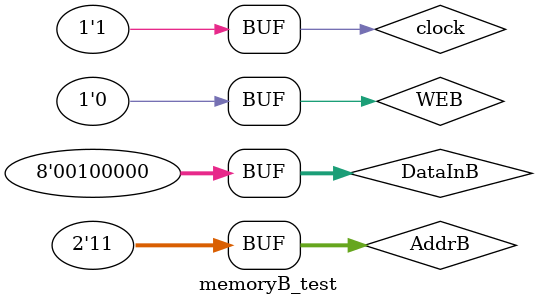
<source format=v>
module memoryB_test;

/* All test fixture outputs are declared as reg statements */
reg [1:0]AddrB;
reg WEB;
reg [7:0]DataInB;
reg clock;

/* All test fixture inputs are declared as wire statements */
wire [7:0]DOutB;

/* Module instantiation */
memoryB uut (.AddrB(AddrB),
             .WEB(WEB),
             .DataInB(DataInB),
             .clock(clock),
             .DOutB(DOutB));

/* Verification vectors here */
initial
begin
    AddrB = 2'b00; WEB = 1; DataInB = 8'b11111111; clock = 0;

                /* Write to the memory */
#5  AddrB = 2'b00; WEB = 1; DataInB = 8'b11111111; clock = 1;
#5                                                 clock = 0;
#5  AddrB = 2'b01; WEB = 1; DataInB = 8'b00000001; clock = 1;
#5                                                 clock = 0;
#5  AddrB = 2'b10; WEB = 1; DataInB = 8'b00000100; clock = 1;
#5                                                 clock = 0;
#5  AddrB = 2'b11; WEB = 1; DataInB = 8'b00100000; clock = 1;
#5                                                 clock = 0;

    /* Read from the memory */
#5  AddrB = 2'b00; WEB = 0; clock = 1;
#5                          clock = 0;
#5  AddrB = 2'b01; WEB = 0; clock = 1;
#5                          clock = 0;
#5  AddrB = 2'b10; WEB = 0; clock = 1;
#5                          clock = 0;
#5  AddrB = 2'b11; WEB = 0; clock = 1;
end

endmodule


</source>
